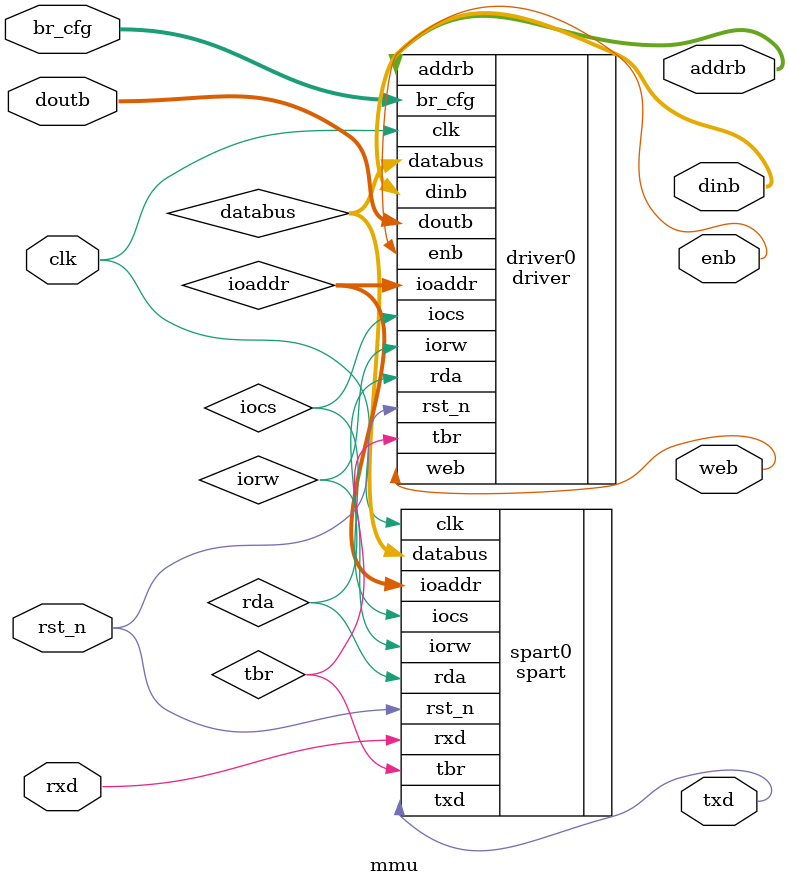
<source format=v>
`timescale 1ns / 1ps

module mmu(/*autoarg*/
   // Outputs
   txd, enb, web, addrb, dinb,
   // Inputs
   clk, rst_n, rxd, br_cfg, doutb
   );

   input wire       clk; // 100mhz clock
   input wire       rst_n; // Asynchronous reset, tied to dip switch 0
   output wire      txd; // RS232 Transmit Data
   input wire       rxd; // RS232 Recieve Data
   input wire [1:0] br_cfg; // Baud Rate Configuration, Tied to dip switches 2 and 3

   //interface with memory
   // output value for simple debug for right now
   // should conceal it in the final release
   output wire                               enb, web;
   output wire [13:0]                        addrb;
   output wire [63:0]                        dinb;
   input wire [63:0]                         doutb;   

   
   wire                                      iocs;
   wire                                      iorw;
   wire                                      rda;
   wire                                      tbr;
   wire [1:0]                                ioaddr;
   wire [7:0]                                databus;


   // Instantiate your SPART here
   spart spart0( .clk(clk),
                 .rst_n(rst_n),
                 .iocs(iocs),
                 .iorw(iorw),
                 .rda(rda),
                 .tbr(tbr),
                 .ioaddr(ioaddr),
                 .databus(databus),
                 .txd(txd),
                 .rxd(rxd)
                 );



   
   // Instantiate your driver here
   driver driver0(/*autoinst*/
                  // Outputs
                  .iocs                 (iocs),
                  .iorw                 (iorw),
                  .ioaddr               (ioaddr[1:0]),
                  .enb                  (enb),
                  .web                  (web),
                  .addrb                (addrb[13:0]),
                  .dinb                 (dinb[63:0]),
                  // Inouts
                  .databus              (databus[7:0]),
                  // Inputs
                  .clk                  (clk),
                  .rst_n                (rst_n),
                  .br_cfg               (br_cfg[1:0]),
                  .rda                  (rda),
                  .tbr                  (tbr),
                  .doutb                (doutb[63:0]));
   
endmodule

</source>
